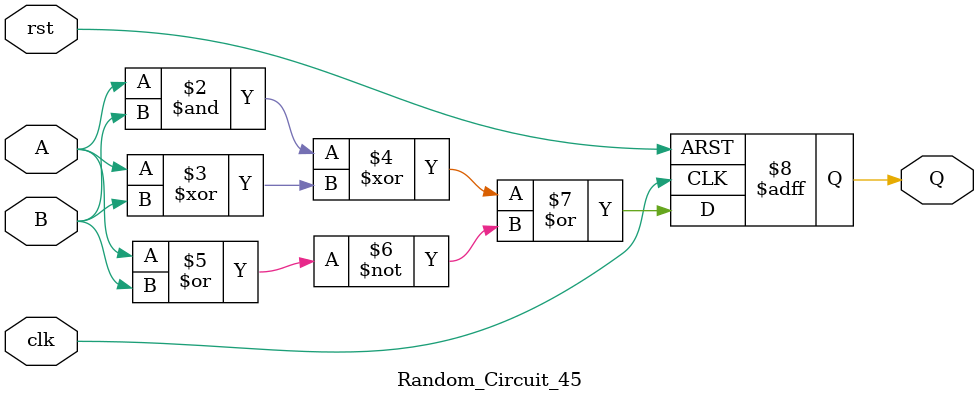
<source format=v>
module Random_Circuit_45 (
    input A, B, clk, rst,
    output reg Q
);
    always @(posedge clk or posedge rst) begin
        if (rst)
            Q <= 0;
        else
            Q <= (A & B) ^ (A ^ B) | ~(A | B);  // AND, XOR, NOR logic
    end
endmodule

</source>
